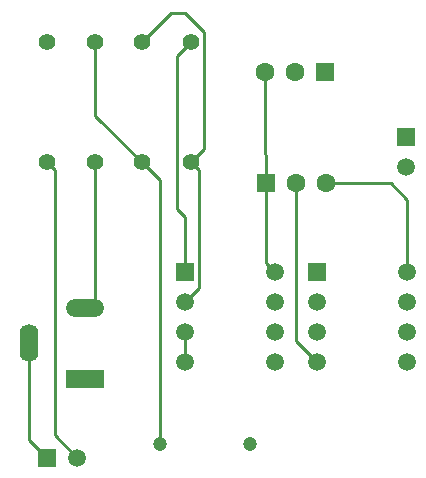
<source format=gtl>
G04*
G04 #@! TF.GenerationSoftware,Altium Limited,Altium Designer,22.1.2 (22)*
G04*
G04 Layer_Physical_Order=1*
G04 Layer_Color=255*
%FSLAX25Y25*%
%MOIN*%
G70*
G04*
G04 #@! TF.SameCoordinates,2E8BF825-4B60-4EFC-865E-135B437BFAC4*
G04*
G04*
G04 #@! TF.FilePolarity,Positive*
G04*
G01*
G75*
%ADD13C,0.01000*%
G04:AMPARAMS|DCode=17|XSize=125.98mil|YSize=62.99mil|CornerRadius=31.5mil|HoleSize=0mil|Usage=FLASHONLY|Rotation=0.000|XOffset=0mil|YOffset=0mil|HoleType=Round|Shape=RoundedRectangle|*
%AMROUNDEDRECTD17*
21,1,0.12598,0.00000,0,0,0.0*
21,1,0.06299,0.06299,0,0,0.0*
1,1,0.06299,0.03150,0.00000*
1,1,0.06299,-0.03150,0.00000*
1,1,0.06299,-0.03150,0.00000*
1,1,0.06299,0.03150,0.00000*
%
%ADD17ROUNDEDRECTD17*%
%ADD18R,0.12598X0.06299*%
G04:AMPARAMS|DCode=19|XSize=62.99mil|YSize=125.98mil|CornerRadius=31.5mil|HoleSize=0mil|Usage=FLASHONLY|Rotation=0.000|XOffset=0mil|YOffset=0mil|HoleType=Round|Shape=RoundedRectangle|*
%AMROUNDEDRECTD19*
21,1,0.06299,0.06299,0,0,0.0*
21,1,0.00000,0.12598,0,0,0.0*
1,1,0.06299,0.00000,-0.03150*
1,1,0.06299,0.00000,-0.03150*
1,1,0.06299,0.00000,0.03150*
1,1,0.06299,0.00000,0.03150*
%
%ADD19ROUNDEDRECTD19*%
%ADD26C,0.06299*%
%ADD27R,0.06299X0.06299*%
%ADD28C,0.05512*%
%ADD29R,0.05906X0.05906*%
%ADD30C,0.05906*%
%ADD31C,0.04724*%
%ADD32R,0.05906X0.05906*%
%ADD33C,0.06299*%
%ADD34R,0.06299X0.06299*%
D13*
X146000Y304032D02*
Y352500D01*
X123996Y260004D02*
Y292221D01*
Y260004D02*
X130000Y254000D01*
X142500Y304032D02*
X146000D01*
X132500Y261500D02*
X140000Y254000D01*
X132500Y261500D02*
Y350000D01*
X130000Y352500D02*
X132500Y350000D01*
X167500Y258500D02*
Y346500D01*
X161500Y352500D02*
X167500Y346500D01*
X146000Y368000D02*
Y392500D01*
Y368000D02*
X161500Y352500D01*
X202500Y364500D02*
Y382500D01*
Y364500D02*
X203000Y345500D01*
Y319000D02*
Y345500D01*
Y319000D02*
X206000Y316000D01*
X176000Y306000D02*
X180500Y310500D01*
Y350000D01*
X178000Y352500D02*
X180500Y350000D01*
X176000Y316000D02*
Y334200D01*
X173300Y336900D02*
X176000Y334200D01*
X173300Y336900D02*
Y387800D01*
X178000Y392500D01*
X161500D02*
X171300Y402300D01*
X176000D01*
X182300Y396000D01*
Y356800D02*
Y396000D01*
X178000Y352500D02*
X182300Y356800D01*
X213000Y293000D02*
X220000Y286000D01*
X213000Y293000D02*
Y345500D01*
X250000Y316000D02*
Y340000D01*
X244500Y345500D02*
X250000Y340000D01*
X223000Y345500D02*
X244500D01*
X176000Y286000D02*
Y296000D01*
D17*
X142500Y304032D02*
D03*
D18*
Y280410D02*
D03*
D19*
X123996Y292221D02*
D03*
D26*
X202500Y382500D02*
D03*
X212500D02*
D03*
D27*
X222500D02*
D03*
D28*
X130000Y352500D02*
D03*
Y392500D02*
D03*
X178000Y352500D02*
D03*
Y392500D02*
D03*
X161500Y352500D02*
D03*
Y392500D02*
D03*
X146000Y352500D02*
D03*
Y392500D02*
D03*
D29*
X220000Y316000D02*
D03*
X176000D02*
D03*
X130000Y254000D02*
D03*
D30*
X220000Y306000D02*
D03*
Y296000D02*
D03*
Y286000D02*
D03*
X250000Y316000D02*
D03*
Y306000D02*
D03*
Y296000D02*
D03*
Y286000D02*
D03*
X176000Y306000D02*
D03*
Y296000D02*
D03*
Y286000D02*
D03*
X206000Y316000D02*
D03*
Y306000D02*
D03*
Y296000D02*
D03*
Y286000D02*
D03*
X140000Y254000D02*
D03*
X249500Y351000D02*
D03*
D31*
X167500Y258500D02*
D03*
X197500D02*
D03*
D32*
X249500Y361000D02*
D03*
D33*
X223000Y345500D02*
D03*
X213000D02*
D03*
D34*
X203000D02*
D03*
M02*

</source>
